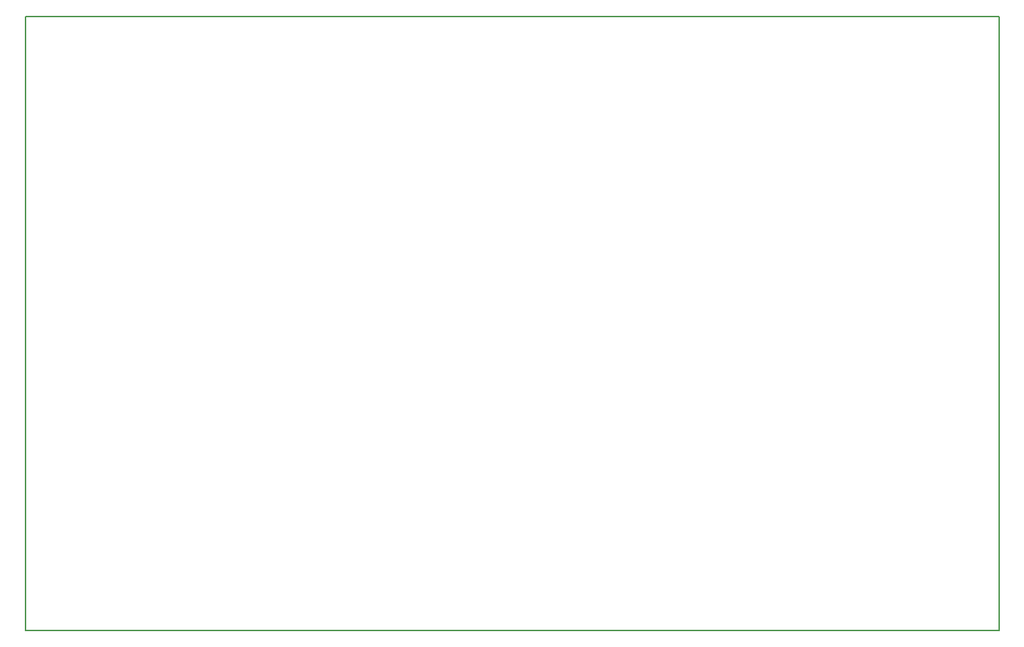
<source format=gbr>
%TF.GenerationSoftware,KiCad,Pcbnew,7.0.7*%
%TF.CreationDate,2025-07-23T15:48:36-04:00*%
%TF.ProjectId,Prototype1.0,50726f74-6f74-4797-9065-312e302e6b69,rev?*%
%TF.SameCoordinates,Original*%
%TF.FileFunction,Profile,NP*%
%FSLAX46Y46*%
G04 Gerber Fmt 4.6, Leading zero omitted, Abs format (unit mm)*
G04 Created by KiCad (PCBNEW 7.0.7) date 2025-07-23 15:48:36*
%MOMM*%
%LPD*%
G01*
G04 APERTURE LIST*
%TA.AperFunction,Profile*%
%ADD10C,0.200000*%
%TD*%
G04 APERTURE END LIST*
D10*
X76521600Y-37902400D02*
X196000000Y-37902400D01*
X196000000Y-113400000D01*
X76521600Y-113400000D01*
X76521600Y-37902400D01*
M02*

</source>
